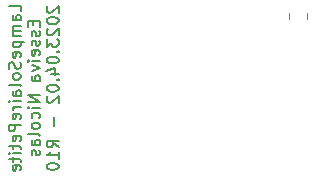
<source format=gbo>
G04 #@! TF.GenerationSoftware,KiCad,Pcbnew,(6.0.6)*
G04 #@! TF.CreationDate,2023-04-07T17:07:22+02:00*
G04 #@! TF.ProjectId,LampeSolairePetite,4c616d70-6553-46f6-9c61-697265506574,R00*
G04 #@! TF.SameCoordinates,Original*
G04 #@! TF.FileFunction,Legend,Bot*
G04 #@! TF.FilePolarity,Positive*
%FSLAX46Y46*%
G04 Gerber Fmt 4.6, Leading zero omitted, Abs format (unit mm)*
G04 Created by KiCad (PCBNEW (6.0.6)) date 2023-04-07 17:07:22*
%MOMM*%
%LPD*%
G01*
G04 APERTURE LIST*
%ADD10C,0.200000*%
%ADD11C,0.120000*%
G04 APERTURE END LIST*
D10*
X109332380Y-75819809D02*
X109332380Y-75343619D01*
X108332380Y-75343619D01*
X109332380Y-76581714D02*
X108808571Y-76581714D01*
X108713333Y-76534095D01*
X108665714Y-76438857D01*
X108665714Y-76248380D01*
X108713333Y-76153142D01*
X109284761Y-76581714D02*
X109332380Y-76486476D01*
X109332380Y-76248380D01*
X109284761Y-76153142D01*
X109189523Y-76105523D01*
X109094285Y-76105523D01*
X108999047Y-76153142D01*
X108951428Y-76248380D01*
X108951428Y-76486476D01*
X108903809Y-76581714D01*
X109332380Y-77057904D02*
X108665714Y-77057904D01*
X108760952Y-77057904D02*
X108713333Y-77105523D01*
X108665714Y-77200761D01*
X108665714Y-77343619D01*
X108713333Y-77438857D01*
X108808571Y-77486476D01*
X109332380Y-77486476D01*
X108808571Y-77486476D02*
X108713333Y-77534095D01*
X108665714Y-77629333D01*
X108665714Y-77772190D01*
X108713333Y-77867428D01*
X108808571Y-77915047D01*
X109332380Y-77915047D01*
X108665714Y-78391238D02*
X109665714Y-78391238D01*
X108713333Y-78391238D02*
X108665714Y-78486476D01*
X108665714Y-78676952D01*
X108713333Y-78772190D01*
X108760952Y-78819809D01*
X108856190Y-78867428D01*
X109141904Y-78867428D01*
X109237142Y-78819809D01*
X109284761Y-78772190D01*
X109332380Y-78676952D01*
X109332380Y-78486476D01*
X109284761Y-78391238D01*
X109284761Y-79676952D02*
X109332380Y-79581714D01*
X109332380Y-79391238D01*
X109284761Y-79296000D01*
X109189523Y-79248380D01*
X108808571Y-79248380D01*
X108713333Y-79296000D01*
X108665714Y-79391238D01*
X108665714Y-79581714D01*
X108713333Y-79676952D01*
X108808571Y-79724571D01*
X108903809Y-79724571D01*
X108999047Y-79248380D01*
X109284761Y-80105523D02*
X109332380Y-80248380D01*
X109332380Y-80486476D01*
X109284761Y-80581714D01*
X109237142Y-80629333D01*
X109141904Y-80676952D01*
X109046666Y-80676952D01*
X108951428Y-80629333D01*
X108903809Y-80581714D01*
X108856190Y-80486476D01*
X108808571Y-80296000D01*
X108760952Y-80200761D01*
X108713333Y-80153142D01*
X108618095Y-80105523D01*
X108522857Y-80105523D01*
X108427619Y-80153142D01*
X108380000Y-80200761D01*
X108332380Y-80296000D01*
X108332380Y-80534095D01*
X108380000Y-80676952D01*
X109332380Y-81248380D02*
X109284761Y-81153142D01*
X109237142Y-81105523D01*
X109141904Y-81057904D01*
X108856190Y-81057904D01*
X108760952Y-81105523D01*
X108713333Y-81153142D01*
X108665714Y-81248380D01*
X108665714Y-81391238D01*
X108713333Y-81486476D01*
X108760952Y-81534095D01*
X108856190Y-81581714D01*
X109141904Y-81581714D01*
X109237142Y-81534095D01*
X109284761Y-81486476D01*
X109332380Y-81391238D01*
X109332380Y-81248380D01*
X109332380Y-82153142D02*
X109284761Y-82057904D01*
X109189523Y-82010285D01*
X108332380Y-82010285D01*
X109332380Y-82962666D02*
X108808571Y-82962666D01*
X108713333Y-82915047D01*
X108665714Y-82819809D01*
X108665714Y-82629333D01*
X108713333Y-82534095D01*
X109284761Y-82962666D02*
X109332380Y-82867428D01*
X109332380Y-82629333D01*
X109284761Y-82534095D01*
X109189523Y-82486476D01*
X109094285Y-82486476D01*
X108999047Y-82534095D01*
X108951428Y-82629333D01*
X108951428Y-82867428D01*
X108903809Y-82962666D01*
X109332380Y-83438857D02*
X108665714Y-83438857D01*
X108332380Y-83438857D02*
X108380000Y-83391238D01*
X108427619Y-83438857D01*
X108380000Y-83486476D01*
X108332380Y-83438857D01*
X108427619Y-83438857D01*
X109332380Y-83915047D02*
X108665714Y-83915047D01*
X108856190Y-83915047D02*
X108760952Y-83962666D01*
X108713333Y-84010285D01*
X108665714Y-84105523D01*
X108665714Y-84200761D01*
X109284761Y-84915047D02*
X109332380Y-84819809D01*
X109332380Y-84629333D01*
X109284761Y-84534095D01*
X109189523Y-84486476D01*
X108808571Y-84486476D01*
X108713333Y-84534095D01*
X108665714Y-84629333D01*
X108665714Y-84819809D01*
X108713333Y-84915047D01*
X108808571Y-84962666D01*
X108903809Y-84962666D01*
X108999047Y-84486476D01*
X109332380Y-85391238D02*
X108332380Y-85391238D01*
X108332380Y-85772190D01*
X108380000Y-85867428D01*
X108427619Y-85915047D01*
X108522857Y-85962666D01*
X108665714Y-85962666D01*
X108760952Y-85915047D01*
X108808571Y-85867428D01*
X108856190Y-85772190D01*
X108856190Y-85391238D01*
X109284761Y-86772190D02*
X109332380Y-86676952D01*
X109332380Y-86486476D01*
X109284761Y-86391238D01*
X109189523Y-86343619D01*
X108808571Y-86343619D01*
X108713333Y-86391238D01*
X108665714Y-86486476D01*
X108665714Y-86676952D01*
X108713333Y-86772190D01*
X108808571Y-86819809D01*
X108903809Y-86819809D01*
X108999047Y-86343619D01*
X108665714Y-87105523D02*
X108665714Y-87486476D01*
X108332380Y-87248380D02*
X109189523Y-87248380D01*
X109284761Y-87296000D01*
X109332380Y-87391238D01*
X109332380Y-87486476D01*
X109332380Y-87819809D02*
X108665714Y-87819809D01*
X108332380Y-87819809D02*
X108380000Y-87772190D01*
X108427619Y-87819809D01*
X108380000Y-87867428D01*
X108332380Y-87819809D01*
X108427619Y-87819809D01*
X108665714Y-88153142D02*
X108665714Y-88534095D01*
X108332380Y-88296000D02*
X109189523Y-88296000D01*
X109284761Y-88343619D01*
X109332380Y-88438857D01*
X109332380Y-88534095D01*
X109284761Y-89248380D02*
X109332380Y-89153142D01*
X109332380Y-88962666D01*
X109284761Y-88867428D01*
X109189523Y-88819809D01*
X108808571Y-88819809D01*
X108713333Y-88867428D01*
X108665714Y-88962666D01*
X108665714Y-89153142D01*
X108713333Y-89248380D01*
X108808571Y-89296000D01*
X108903809Y-89296000D01*
X108999047Y-88819809D01*
X110418571Y-76629333D02*
X110418571Y-76962666D01*
X110942380Y-77105523D02*
X110942380Y-76629333D01*
X109942380Y-76629333D01*
X109942380Y-77105523D01*
X110894761Y-77486476D02*
X110942380Y-77581714D01*
X110942380Y-77772190D01*
X110894761Y-77867428D01*
X110799523Y-77915047D01*
X110751904Y-77915047D01*
X110656666Y-77867428D01*
X110609047Y-77772190D01*
X110609047Y-77629333D01*
X110561428Y-77534095D01*
X110466190Y-77486476D01*
X110418571Y-77486476D01*
X110323333Y-77534095D01*
X110275714Y-77629333D01*
X110275714Y-77772190D01*
X110323333Y-77867428D01*
X110894761Y-78296000D02*
X110942380Y-78391238D01*
X110942380Y-78581714D01*
X110894761Y-78676952D01*
X110799523Y-78724571D01*
X110751904Y-78724571D01*
X110656666Y-78676952D01*
X110609047Y-78581714D01*
X110609047Y-78438857D01*
X110561428Y-78343619D01*
X110466190Y-78296000D01*
X110418571Y-78296000D01*
X110323333Y-78343619D01*
X110275714Y-78438857D01*
X110275714Y-78581714D01*
X110323333Y-78676952D01*
X110894761Y-79534095D02*
X110942380Y-79438857D01*
X110942380Y-79248380D01*
X110894761Y-79153142D01*
X110799523Y-79105523D01*
X110418571Y-79105523D01*
X110323333Y-79153142D01*
X110275714Y-79248380D01*
X110275714Y-79438857D01*
X110323333Y-79534095D01*
X110418571Y-79581714D01*
X110513809Y-79581714D01*
X110609047Y-79105523D01*
X110942380Y-80010285D02*
X110275714Y-80010285D01*
X109942380Y-80010285D02*
X109990000Y-79962666D01*
X110037619Y-80010285D01*
X109990000Y-80057904D01*
X109942380Y-80010285D01*
X110037619Y-80010285D01*
X110275714Y-80391238D02*
X110942380Y-80629333D01*
X110275714Y-80867428D01*
X110942380Y-81676952D02*
X110418571Y-81676952D01*
X110323333Y-81629333D01*
X110275714Y-81534095D01*
X110275714Y-81343619D01*
X110323333Y-81248380D01*
X110894761Y-81676952D02*
X110942380Y-81581714D01*
X110942380Y-81343619D01*
X110894761Y-81248380D01*
X110799523Y-81200761D01*
X110704285Y-81200761D01*
X110609047Y-81248380D01*
X110561428Y-81343619D01*
X110561428Y-81581714D01*
X110513809Y-81676952D01*
X110942380Y-82915047D02*
X109942380Y-82915047D01*
X110942380Y-83486476D01*
X109942380Y-83486476D01*
X110942380Y-83962666D02*
X110275714Y-83962666D01*
X109942380Y-83962666D02*
X109990000Y-83915047D01*
X110037619Y-83962666D01*
X109990000Y-84010285D01*
X109942380Y-83962666D01*
X110037619Y-83962666D01*
X110894761Y-84867428D02*
X110942380Y-84772190D01*
X110942380Y-84581714D01*
X110894761Y-84486476D01*
X110847142Y-84438857D01*
X110751904Y-84391238D01*
X110466190Y-84391238D01*
X110370952Y-84438857D01*
X110323333Y-84486476D01*
X110275714Y-84581714D01*
X110275714Y-84772190D01*
X110323333Y-84867428D01*
X110942380Y-85438857D02*
X110894761Y-85343619D01*
X110847142Y-85296000D01*
X110751904Y-85248380D01*
X110466190Y-85248380D01*
X110370952Y-85296000D01*
X110323333Y-85343619D01*
X110275714Y-85438857D01*
X110275714Y-85581714D01*
X110323333Y-85676952D01*
X110370952Y-85724571D01*
X110466190Y-85772190D01*
X110751904Y-85772190D01*
X110847142Y-85724571D01*
X110894761Y-85676952D01*
X110942380Y-85581714D01*
X110942380Y-85438857D01*
X110942380Y-86343619D02*
X110894761Y-86248380D01*
X110799523Y-86200761D01*
X109942380Y-86200761D01*
X110942380Y-87153142D02*
X110418571Y-87153142D01*
X110323333Y-87105523D01*
X110275714Y-87010285D01*
X110275714Y-86819809D01*
X110323333Y-86724571D01*
X110894761Y-87153142D02*
X110942380Y-87057904D01*
X110942380Y-86819809D01*
X110894761Y-86724571D01*
X110799523Y-86676952D01*
X110704285Y-86676952D01*
X110609047Y-86724571D01*
X110561428Y-86819809D01*
X110561428Y-87057904D01*
X110513809Y-87153142D01*
X110894761Y-87581714D02*
X110942380Y-87676952D01*
X110942380Y-87867428D01*
X110894761Y-87962666D01*
X110799523Y-88010285D01*
X110751904Y-88010285D01*
X110656666Y-87962666D01*
X110609047Y-87867428D01*
X110609047Y-87724571D01*
X110561428Y-87629333D01*
X110466190Y-87581714D01*
X110418571Y-87581714D01*
X110323333Y-87629333D01*
X110275714Y-87724571D01*
X110275714Y-87867428D01*
X110323333Y-87962666D01*
X111647619Y-75367428D02*
X111600000Y-75415047D01*
X111552380Y-75510285D01*
X111552380Y-75748380D01*
X111600000Y-75843619D01*
X111647619Y-75891238D01*
X111742857Y-75938857D01*
X111838095Y-75938857D01*
X111980952Y-75891238D01*
X112552380Y-75319809D01*
X112552380Y-75938857D01*
X111552380Y-76557904D02*
X111552380Y-76653142D01*
X111600000Y-76748380D01*
X111647619Y-76796000D01*
X111742857Y-76843619D01*
X111933333Y-76891238D01*
X112171428Y-76891238D01*
X112361904Y-76843619D01*
X112457142Y-76796000D01*
X112504761Y-76748380D01*
X112552380Y-76653142D01*
X112552380Y-76557904D01*
X112504761Y-76462666D01*
X112457142Y-76415047D01*
X112361904Y-76367428D01*
X112171428Y-76319809D01*
X111933333Y-76319809D01*
X111742857Y-76367428D01*
X111647619Y-76415047D01*
X111600000Y-76462666D01*
X111552380Y-76557904D01*
X111647619Y-77272190D02*
X111600000Y-77319809D01*
X111552380Y-77415047D01*
X111552380Y-77653142D01*
X111600000Y-77748380D01*
X111647619Y-77796000D01*
X111742857Y-77843619D01*
X111838095Y-77843619D01*
X111980952Y-77796000D01*
X112552380Y-77224571D01*
X112552380Y-77843619D01*
X111552380Y-78176952D02*
X111552380Y-78795999D01*
X111933333Y-78462666D01*
X111933333Y-78605523D01*
X111980952Y-78700761D01*
X112028571Y-78748380D01*
X112123809Y-78795999D01*
X112361904Y-78795999D01*
X112457142Y-78748380D01*
X112504761Y-78700761D01*
X112552380Y-78605523D01*
X112552380Y-78319809D01*
X112504761Y-78224571D01*
X112457142Y-78176952D01*
X112457142Y-79224571D02*
X112504761Y-79272190D01*
X112552380Y-79224571D01*
X112504761Y-79176952D01*
X112457142Y-79224571D01*
X112552380Y-79224571D01*
X111552380Y-79891238D02*
X111552380Y-79986476D01*
X111600000Y-80081714D01*
X111647619Y-80129333D01*
X111742857Y-80176952D01*
X111933333Y-80224571D01*
X112171428Y-80224571D01*
X112361904Y-80176952D01*
X112457142Y-80129333D01*
X112504761Y-80081714D01*
X112552380Y-79986476D01*
X112552380Y-79891238D01*
X112504761Y-79795999D01*
X112457142Y-79748380D01*
X112361904Y-79700761D01*
X112171428Y-79653142D01*
X111933333Y-79653142D01*
X111742857Y-79700761D01*
X111647619Y-79748380D01*
X111600000Y-79795999D01*
X111552380Y-79891238D01*
X111885714Y-81081714D02*
X112552380Y-81081714D01*
X111504761Y-80843619D02*
X112219047Y-80605523D01*
X112219047Y-81224571D01*
X112457142Y-81605523D02*
X112504761Y-81653142D01*
X112552380Y-81605523D01*
X112504761Y-81557904D01*
X112457142Y-81605523D01*
X112552380Y-81605523D01*
X111552380Y-82272190D02*
X111552380Y-82367428D01*
X111600000Y-82462666D01*
X111647619Y-82510285D01*
X111742857Y-82557904D01*
X111933333Y-82605523D01*
X112171428Y-82605523D01*
X112361904Y-82557904D01*
X112457142Y-82510285D01*
X112504761Y-82462666D01*
X112552380Y-82367428D01*
X112552380Y-82272190D01*
X112504761Y-82176952D01*
X112457142Y-82129333D01*
X112361904Y-82081714D01*
X112171428Y-82034095D01*
X111933333Y-82034095D01*
X111742857Y-82081714D01*
X111647619Y-82129333D01*
X111600000Y-82176952D01*
X111552380Y-82272190D01*
X111647619Y-82986476D02*
X111600000Y-83034095D01*
X111552380Y-83129333D01*
X111552380Y-83367428D01*
X111600000Y-83462666D01*
X111647619Y-83510285D01*
X111742857Y-83557904D01*
X111838095Y-83557904D01*
X111980952Y-83510285D01*
X112552380Y-82938857D01*
X112552380Y-83557904D01*
X112171428Y-84748380D02*
X112171428Y-85510285D01*
X112552380Y-87319809D02*
X112076190Y-86986476D01*
X112552380Y-86748380D02*
X111552380Y-86748380D01*
X111552380Y-87129333D01*
X111600000Y-87224571D01*
X111647619Y-87272190D01*
X111742857Y-87319809D01*
X111885714Y-87319809D01*
X111980952Y-87272190D01*
X112028571Y-87224571D01*
X112076190Y-87129333D01*
X112076190Y-86748380D01*
X112552380Y-88272190D02*
X112552380Y-87700761D01*
X112552380Y-87986476D02*
X111552380Y-87986476D01*
X111695238Y-87891238D01*
X111790476Y-87795999D01*
X111838095Y-87700761D01*
X111552380Y-88891238D02*
X111552380Y-88986476D01*
X111600000Y-89081714D01*
X111647619Y-89129333D01*
X111742857Y-89176952D01*
X111933333Y-89224571D01*
X112171428Y-89224571D01*
X112361904Y-89176952D01*
X112457142Y-89129333D01*
X112504761Y-89081714D01*
X112552380Y-88986476D01*
X112552380Y-88891238D01*
X112504761Y-88795999D01*
X112457142Y-88748380D01*
X112361904Y-88700761D01*
X112171428Y-88653142D01*
X111933333Y-88653142D01*
X111742857Y-88700761D01*
X111647619Y-88748380D01*
X111600000Y-88795999D01*
X111552380Y-88891238D01*
D11*
X132107000Y-75972936D02*
X132107000Y-76427064D01*
X133577000Y-75972936D02*
X133577000Y-76427064D01*
M02*

</source>
